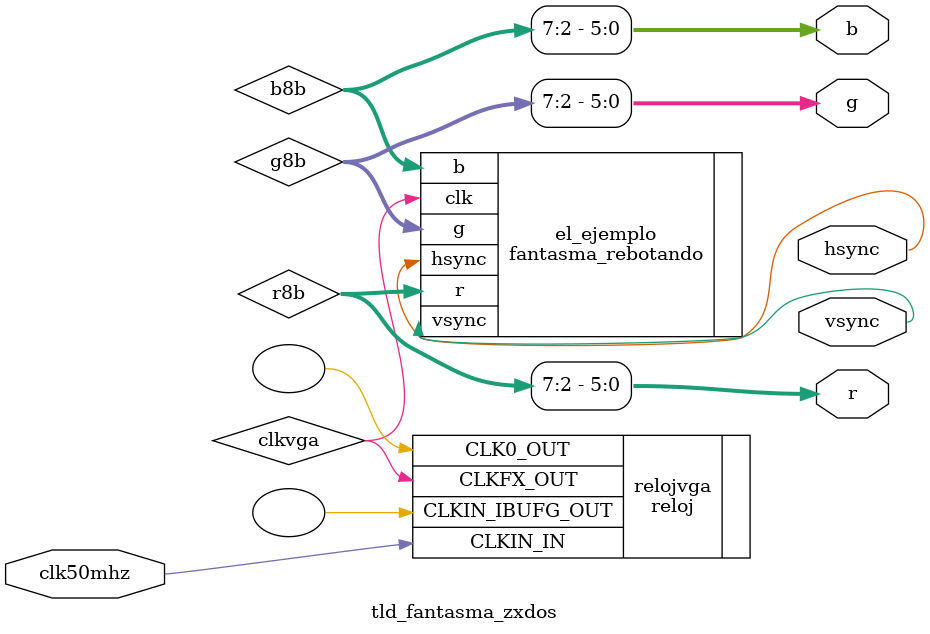
<source format=v>
`timescale 1ns / 100ps
`default_nettype none


module tld_fantasma_zxdos (
  input wire clk50mhz,  // cristal de 50 MHz
  output wire [5:0] r,  // Salidas R,G,B
  output wire [5:0] g,  // de 6 bits
  output wire [5:0] b,  // cada una
  output wire hsync,    // Sincronismos horizontal
	output wire vsync     // y vertical
  );

	 wire [7:0] r8b,g8b,b8b;
	 assign r = r8b[7:2]; // como solo tenemos 6 bits por componente de color, asignamos de los 8 bits 
	 assign g = g8b[7:2]; // originales de cada color sólo los 6 bits más significativos 
	 assign b = b8b[7:2]; // (esto en ZX-UNO cambiaría a los 3 bits más significativos)
	 
	 wire clkvga;
	 // cambiar el contenido de este módulo (relojes.v) si hay que cambiar la frecuencia del reloj
   // si es que hemos cambiado el ModeLine en videosyncs.v para generar otra frecuencia distinta
   reloj relojvga (  
     .CLKIN_IN(clk50mhz), 
     .CLKFX_OUT(clkvga), 
     .CLKIN_IBUFG_OUT(), 
     .CLK0_OUT()
     );
    
  fantasma_rebotando el_ejemplo (
    .clk(clkvga),
    .r(r8b),
    .g(g8b),
    .b(b8b),
    .hsync(hsync),
    .vsync(vsync)
    );    
	 	 
endmodule

`default_nettype wire
</source>
